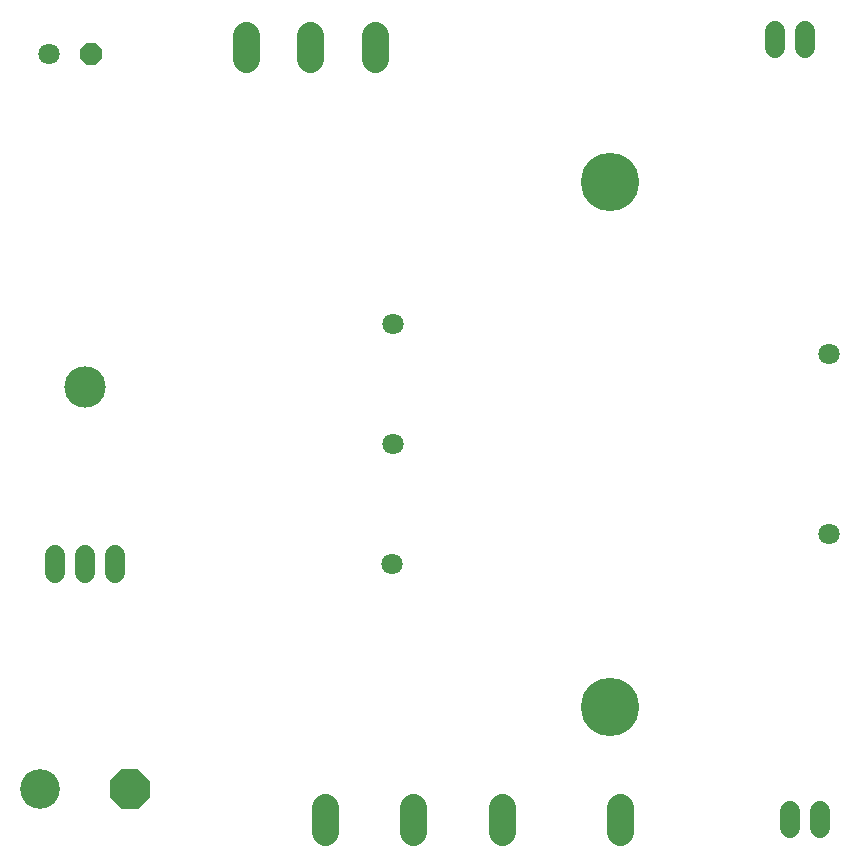
<source format=gbr>
G04 EAGLE Gerber RS-274X export*
G75*
%MOMM*%
%FSLAX34Y34*%
%LPD*%
%INSoldermask Top*%
%IPPOS*%
%AMOC8*
5,1,8,0,0,1.08239X$1,22.5*%
G01*
%ADD10C,2.298700*%
%ADD11P,3.629037X8X22.500000*%
%ADD12C,3.352800*%
%ADD13P,1.951982X8X22.500000*%
%ADD14C,1.803400*%
%ADD15C,1.727200*%
%ADD16C,3.505200*%
%ADD17C,4.953000*%
%ADD18C,1.803200*%
%ADD19C,1.711200*%


D10*
X782700Y86678D02*
X782700Y65723D01*
X682624Y65723D02*
X682624Y86678D01*
X607694Y86678D02*
X607694Y65723D01*
X532764Y65723D02*
X532764Y86678D01*
D11*
X368300Y101600D03*
D12*
X292100Y101600D03*
D13*
X335280Y723900D03*
D14*
X299720Y723900D03*
D15*
X304800Y299720D02*
X304800Y284480D01*
X330200Y284480D02*
X330200Y299720D01*
X355600Y299720D02*
X355600Y284480D01*
D16*
X330200Y441960D03*
D10*
X466090Y719773D02*
X466090Y740728D01*
X520700Y740728D02*
X520700Y719773D01*
X575310Y719773D02*
X575310Y740728D01*
D17*
X774700Y615950D03*
X774700Y171450D03*
D18*
X960150Y317500D03*
X960150Y469900D03*
X589750Y292100D03*
X590550Y495300D03*
X590550Y393700D03*
D19*
X927100Y83740D02*
X927100Y68660D01*
X952500Y68660D02*
X952500Y83740D01*
X914400Y729060D02*
X914400Y744140D01*
X939800Y744140D02*
X939800Y729060D01*
M02*

</source>
